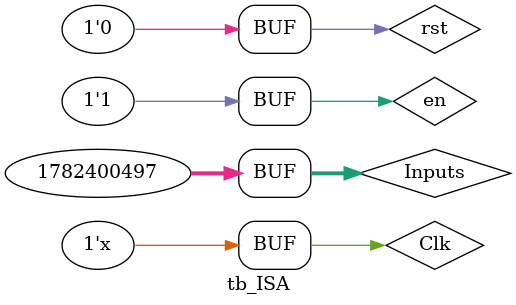
<source format=v>



module tb_ISA;
    reg Clk, en, rst;
    reg [31:0] Inputs;
    wire [7:0] Control_out;

    ISA inst(
        .Clk(Clk), 
        .Inputs(Inputs), 
        .en(en),
        .rst(rst),
        .Control_out(Control_out)
    );
        
    initial
        begin 
            Clk = 1;
            en = 0;
            rst = 1;
            Inputs = 32'h00000000;
            #100;
            
            en = 1;
            rst = 1;
            Inputs = 32'h00000000;
            #100;
            
            en = 1;
            rst = 0;
            Inputs = 32'h00000000;
            #100;
            
            en = 1;
            rst = 0;
            Inputs = 32'h2913bc53;
            #100;
            
            en = 1;
            rst = 0;
            Inputs = 32'h6a3d45f1;
            #400;
            
        end
        
    always
        #50 Clk = !Clk;

endmodule

</source>
